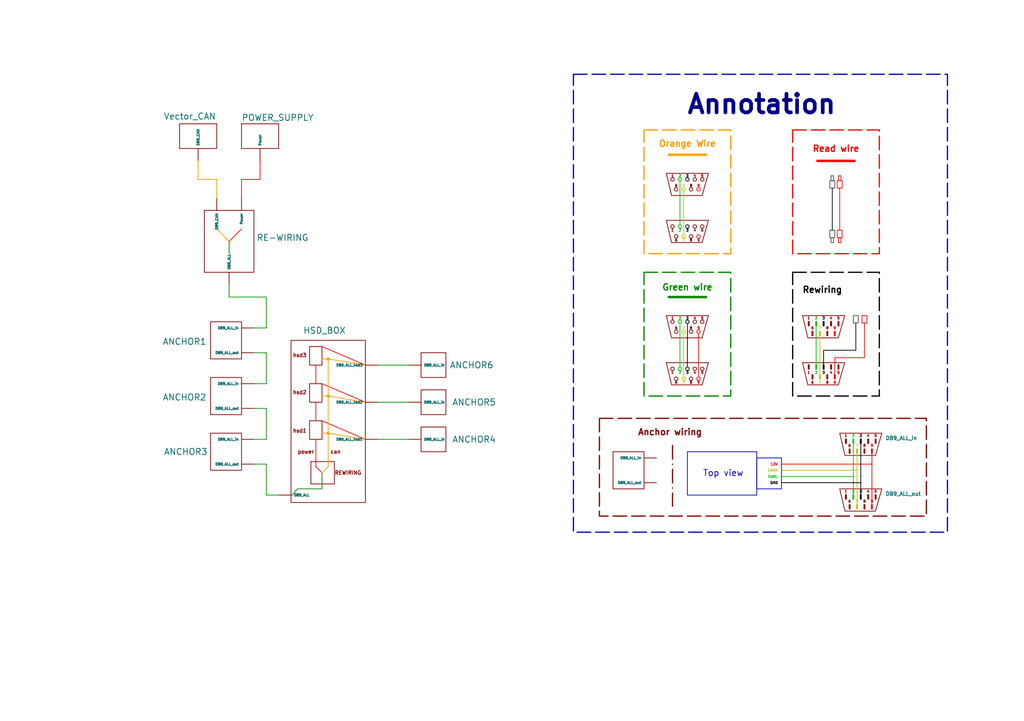
<source format=kicad_sch>
(kicad_sch (version 20250114) (generator "eeschema") (generator_version "9.0")
  (paper "A5")
  (title_block (title "hgt_lab") (date "2025-12-03") (rev "0") (company "BGSV") (comment 1 "vor5hc"))
  (lib_symbols
    (symbol "anchor_daisy_chain_1"
      (property "Reference" "U" (at 0 3.556 0))
      (symbol "anchor_daisy_chain_1_0_1"
        (rectangle (start -3.81 2.54) (end 3.81 -3.81))
      )
      (symbol "anchor_daisy_chain_1_1_1"
        (pin input line (at -2.54 5.08 270) (length 2.54) (name "DB9_ALL_in") (number ""))
        (pin output line (at 2.54 5.08 270) (length 2.54) (name "DB9_ALL_out") (number ""))
      )
    )
    (symbol "anchor_daisy_chain_2"
      (property "Reference" "U" (at 0 3.556 0))
      (symbol "anchor_daisy_chain_2_0_1"
        (rectangle (start -3.81 2.54) (end 3.81 -3.81))
      )
      (symbol "anchor_daisy_chain_2_1_1"
        (pin input line (at -2.54 5.08 270) (length 2.54) (name "DB9_ALL_in") (number ""))
        (pin output line (at 2.54 5.08 270) (length 2.54) (name "DB9_ALL_out") (number ""))
      )
    )
    (symbol "anchor_daisy_chain_3"
      (property "Reference" "U" (at 0 3.556 0))
      (symbol "anchor_daisy_chain_3_0_1"
        (rectangle (start -3.81 2.54) (end 3.81 -3.81))
      )
      (symbol "anchor_daisy_chain_3_1_1"
        (pin input line (at -2.54 5.08 270) (length 2.54) (name "DB9_ALL_in") (number ""))
        (pin output line (at 2.54 5.08 270) (length 2.54) (name "DB9_ALL_out") (number ""))
      )
    )
    (symbol "hgt_lab:DB9_ALL_cable"
      (property "Reference" "U" (at 0 3.556 0))
      (symbol "DB9_ALL_cable_0_1"
        (polyline (pts (xy -4.318 1.27) (xy 4.318 1.27) (xy 3.0162 -3.302) (xy -3.2385 -3.302) (xy -4.318 1.27)))
        (polyline (pts (xy -4.318 -8.382) (xy 4.318 -8.382) (xy 3.0162 -12.954) (xy -3.2385 -12.954) (xy -4.318 -8.382)))
        (circle (center -3.048 0) (radius 0.3592))
        (circle (center -3.048 -9.652) (radius 0.3592))
        (circle (center -2.286 -2.032) (radius 0.3592))
        (circle (center -2.286 -11.684) (radius 0.3592))
        (circle (center 0.762 -2.032) (radius 0.3592))
        (circle (center 0.762 -11.684) (radius 0.3592))
        (circle (center 1.524 0) (radius 0.3592))
        (circle (center 1.524 -9.652) (radius 0.3592))
        (circle (center 3.048 0) (radius 0.3592))
        (circle (center 3.048 -9.652) (radius 0.3592))
      )
      (symbol "DB9_ALL_cable_1_1"
        (circle (center -1.524 0) (radius 0.3592) (stroke (width 0) (color 0 194 0 1)))
        (polyline (pts (xy -1.524 -0.508) (xy -1.524 -9.144)) (stroke (width 0) (color 0 194 0 1)))
        (circle (center -1.524 -9.652) (radius 0.3592) (stroke (width 0) (color 0 194 0 1)))
        (circle (center -0.762 -2.032) (radius 0.3592) (stroke (width 0) (color 194 194 0 1)))
        (polyline (pts (xy -0.762 -2.54) (xy -0.762 -11.176)) (stroke (width 0) (color 194 194 0 1)))
        (circle (center -0.762 -11.684) (radius 0.3592) (stroke (width 0) (color 194 194 0 1)))
        (circle (center 0 0) (radius 0.3592) (stroke (width 0) (color 0 0 0 1)))
        (polyline (pts (xy 0 -9.144) (xy 0 -0.508)) (stroke (width 0) (color 0 0 0 1)))
        (circle (center 0 -9.652) (radius 0.3592) (stroke (width 0) (color 0 0 0 1)))
        (circle (center 2.286 -2.032) (radius 0.3592) (stroke (width 0) (color 255 0 0 1)))
        (polyline (pts (xy 2.286 -11.176) (xy 2.286 -2.54)) (stroke (width 0) (color 255 0 0 1)))
        (circle (center 2.286 -11.684) (radius 0.3592) (stroke (width 0) (color 255 0 0 1)))
        (text "1" (at -3.048 0.762 0) (effects (font (size 0.508 0.508))))
        (text "1" (at -3.048 -10.414 0) (effects (font (size 0.508 0.508))))
        (text "6" (at -2.286 -1.27 0) (effects (font (size 0.508 0.508))))
        (text "6" (at -2.286 -12.446 0) (effects (font (size 0.508 0.508))))
        (text "2" (at -1.524 0.762 0) (effects (font (size 0.508 0.508))))
        (text "2" (at -1.524 -10.414 0) (effects (font (size 0.508 0.508))))
        (text "7" (at -0.762 -1.27 0) (effects (font (size 0.508 0.508))))
        (text "7" (at -0.762 -12.446 0) (effects (font (size 0.508 0.508))))
        (text "3" (at 0 0.762 0) (effects (font (size 0.508 0.508))))
        (text "3" (at 0 -10.414 0) (effects (font (size 0.508 0.508))))
        (text "8" (at 0.762 -1.27 0) (effects (font (size 0.508 0.508))))
        (text "8" (at 0.762 -12.446 0) (effects (font (size 0.508 0.508))))
        (text "4" (at 1.524 0.762 0) (effects (font (size 0.508 0.508))))
        (text "4" (at 1.524 -10.414 0) (effects (font (size 0.508 0.508))))
        (text "9" (at 2.286 -1.27 0) (effects (font (size 0.508 0.508))))
        (text "9" (at 2.286 -12.446 0) (effects (font (size 0.508 0.508))))
        (text "5" (at 3.048 0.762 0) (effects (font (size 0.508 0.508))))
        (text "5" (at 3.048 -10.414 0) (effects (font (size 0.508 0.508))))
      )
    )
    (symbol "hgt_lab:DB9_CAN_cable"
      (property "Reference" "U" (at 0 3.556 0))
      (symbol "DB9_CAN_cable_0_1"
        (polyline (pts (xy -4.318 1.27) (xy 4.318 1.27) (xy 3.0162 -3.302) (xy -3.2385 -3.302) (xy -4.318 1.27)))
        (polyline (pts (xy -4.318 -8.382) (xy 4.318 -8.382) (xy 3.0162 -12.954) (xy -3.2385 -12.954) (xy -4.318 -8.382)))
        (circle (center -3.048 0) (radius 0.3592))
        (circle (center -3.048 -9.652) (radius 0.3592))
        (circle (center -2.286 -2.032) (radius 0.3592))
        (circle (center -2.286 -11.684) (radius 0.3592))
        (circle (center 0.762 -2.032) (radius 0.3592))
        (circle (center 0.762 -11.684) (radius 0.3592))
        (circle (center 1.524 0) (radius 0.3592))
        (circle (center 1.524 -9.652) (radius 0.3592))
        (circle (center 3.048 0) (radius 0.3592))
        (circle (center 3.048 -9.652) (radius 0.3592))
      )
      (symbol "DB9_CAN_cable_1_1"
        (circle (center -1.524 0) (radius 0.3592) (stroke (width 0) (color 0 194 0 1)))
        (polyline (pts (xy -1.524 -0.508) (xy -1.524 -9.144)) (stroke (width 0) (color 0 194 0 1)))
        (circle (center -1.524 -9.652) (radius 0.3592) (stroke (width 0) (color 0 194 0 1)))
        (circle (center -0.762 -2.032) (radius 0.3592) (stroke (width 0) (color 194 194 0 1)))
        (polyline (pts (xy -0.762 -2.54) (xy -0.762 -11.176)) (stroke (width 0) (color 194 194 0 1)))
        (circle (center -0.762 -11.684) (radius 0.3592) (stroke (width 0) (color 194 194 0 1)))
        (circle (center 0 0) (radius 0.3592) (stroke (width 0) (color 0 0 0 1)))
        (circle (center 0 -9.652) (radius 0.3592) (stroke (width 0) (color 0 0 0 1)))
        (circle (center 2.286 -2.032) (radius 0.3592) (stroke (width 0) (color 255 0 0 1)))
        (circle (center 2.286 -11.684) (radius 0.3592) (stroke (width 0) (color 255 0 0 1)))
        (text "1" (at -3.048 0.762 0) (effects (font (size 0.508 0.508))))
        (text "1" (at -3.048 -10.414 0) (effects (font (size 0.508 0.508))))
        (text "6" (at -2.286 -1.27 0) (effects (font (size 0.508 0.508))))
        (text "6" (at -2.286 -12.446 0) (effects (font (size 0.508 0.508))))
        (text "2" (at -1.524 0.762 0) (effects (font (size 0.508 0.508))))
        (text "2" (at -1.524 -10.414 0) (effects (font (size 0.508 0.508))))
        (text "7" (at -0.762 -1.27 0) (effects (font (size 0.508 0.508))))
        (text "7" (at -0.762 -12.446 0) (effects (font (size 0.508 0.508))))
        (text "3" (at 0 0.762 0) (effects (font (size 0.508 0.508))))
        (text "3" (at 0 -10.414 0) (effects (font (size 0.508 0.508))))
        (text "8" (at 0.762 -1.27 0) (effects (font (size 0.508 0.508))))
        (text "8" (at 0.762 -12.446 0) (effects (font (size 0.508 0.508))))
        (text "4" (at 1.524 0.762 0) (effects (font (size 0.508 0.508))))
        (text "4" (at 1.524 -10.414 0) (effects (font (size 0.508 0.508))))
        (text "9" (at 2.286 -1.27 0) (effects (font (size 0.508 0.508))))
        (text "9" (at 2.286 -12.446 0) (effects (font (size 0.508 0.508))))
        (text "5" (at 3.048 0.762 0) (effects (font (size 0.508 0.508))))
        (text "5" (at 3.048 -10.414 0) (effects (font (size 0.508 0.508))))
      )
    )
    (symbol "hgt_lab:DB9_male"
      (property "Reference" "U" (at 0 3.556 0))
      (symbol "DB9_male_0_1"
        (polyline (pts (xy -4.318 0) (xy 4.318 0) (xy 3.0162 -4.572) (xy -3.2385 -4.572) (xy -4.318 0)))
      )
      (symbol "DB9_male_1_1"
        (polyline (pts (xy -3.048 -2.032) (xy -3.048 -1.27)) (stroke (width 0.381)))
        (polyline (pts (xy -2.286 -4.064) (xy -2.286 -3.302)) (stroke (width 0.381)))
        (polyline (pts (xy -1.524 -2.032) (xy -1.524 -1.27)) (stroke (width 0.381) (color 0 194 0 1)))
        (polyline (pts (xy -0.762 -4.064) (xy -0.762 -3.302)) (stroke (width 0.381) (color 194 194 0 1)))
        (polyline (pts (xy 0 -2.032) (xy 0 -1.27)) (stroke (width 0.381) (color 0 0 0 1)))
        (polyline (pts (xy 0.762 -4.064) (xy 0.762 -3.302)) (stroke (width 0.381)))
        (polyline (pts (xy 1.524 -2.032) (xy 1.524 -1.27)) (stroke (width 0.381)))
        (polyline (pts (xy 2.286 -4.064) (xy 2.286 -3.302)) (stroke (width 0.381) (color 255 0 0 1)))
        (polyline (pts (xy 3.048 -2.032) (xy 3.048 -1.27)) (stroke (width 0.381)))
        (text "1" (at -3.048 -0.508 0) (effects (font (size 0.508 0.508))))
        (text "6" (at -2.286 -2.54 0) (effects (font (size 0.508 0.508))))
        (text "2" (at -1.524 -0.508 0) (effects (font (size 0.508 0.508))))
        (text "7" (at -0.762 -2.54 0) (effects (font (size 0.508 0.508))))
        (text "3" (at 0 -0.508 0) (effects (font (size 0.508 0.508))))
        (text "8" (at 0.762 -2.54 0) (effects (font (size 0.508 0.508))))
        (text "4" (at 1.524 -0.508 0) (effects (font (size 0.508 0.508))))
        (text "9" (at 2.286 -2.54 0) (effects (font (size 0.508 0.508))))
        (text "5" (at 3.048 -0.508 0) (effects (font (size 0.508 0.508))))
      )
    )
    (symbol "hgt_lab:HSD_Control_Box"
      (property "Reference" "U" (at -4.826 -2.032 0))
      (symbol "HSD_Control_Box_0_1"
        (rectangle (start -3.81 25.4) (end 11.43 -7.874))
        (polyline (pts (xy -1.27 -3.81) (xy -1.27 -3.81)))
        (rectangle (start 0.254 0.508) (end 5.08 -4.064))
        (polyline (pts (xy 3.81 -4.572) (xy 3.81 -4.572)))
      )
      (symbol "HSD_Control_Box_1_1"
        (rectangle (start 0 24.13) (end 2.54 20.32))
        (rectangle (start 0 16.51) (end 2.54 12.7))
        (rectangle (start 0 8.89) (end 2.54 5.08))
        (polyline (pts (xy 1.27 16.51) (xy 1.27 20.32)) (stroke (width 0) (color 255 0 0 1)))
        (polyline (pts (xy 1.27 15.24) (xy 1.27 15.24)))
        (polyline (pts (xy 1.27 8.89) (xy 1.27 12.7)) (stroke (width 0) (color 255 0 0 1)))
        (polyline (pts (xy 1.27 -0.508) (xy 1.27 5.08)) (stroke (width 0) (color 255 0 0 1)))
        (polyline (pts (xy 1.27 -0.508) (xy 2.54 -1.778)) (stroke (width 0) (color 255 0 0 1)))
        (polyline (pts (xy 2.54 24.13) (xy 11.43 20.32)) (stroke (width 0) (color 255 0 0 1)))
        (polyline (pts (xy 2.54 21.59) (xy 3.81 21.59)) (stroke (width 0) (color 255 153 0 1)))
        (polyline (pts (xy 2.54 16.51) (xy 11.43 12.7)) (stroke (width 0) (color 255 0 0 1)))
        (polyline (pts (xy 2.54 13.97) (xy 3.81 13.97)) (stroke (width 0) (color 255 153 0 1)))
        (polyline (pts (xy 2.54 8.89) (xy 11.43 5.08)) (stroke (width 0) (color 255 0 0 1)))
        (polyline (pts (xy 2.54 6.35) (xy 3.81 6.35)) (stroke (width 0) (color 255 153 0 1)))
        (polyline (pts (xy 2.54 -1.778) (xy 2.54 -3.302)) (stroke (width 0) (color 0 132 0 1)))
        (polyline (pts (xy 2.54 -3.302) (xy 2.54 -4.572) (xy 2.54 -5.08) (xy -2.54 -5.08) (xy -3.556 -6.35) (xy -3.81 -6.35)) (stroke (width 0) (color 0 132 0 1)))
        (polyline (pts (xy 3.81 21.59) (xy 11.43 20.32)) (stroke (width 0) (color 255 153 0 1)))
        (circle (center 3.81 21.59) (radius 0.254) (stroke (width 0) (color 255 153 0 1)) (fill (type color) (color 255 153 0 1)))
        (polyline (pts (xy 3.81 13.97) (xy 11.43 12.7)) (stroke (width 0) (color 255 153 0 1)))
        (circle (center 3.81 13.97) (radius 0.254) (stroke (width 0) (color 255 153 0 1)) (fill (type color) (color 255 153 0 1)))
        (polyline (pts (xy 3.81 6.35) (xy 11.43 5.08)) (stroke (width 0) (color 255 153 0 1)))
        (circle (center 3.81 6.35) (radius 0.254) (stroke (width 0) (color 255 153 0 1)) (fill (type color) (color 255 153 0 1)))
        (polyline (pts (xy 3.81 -0.508) (xy 2.54 -1.778)) (stroke (width 0) (color 255 153 0 1)))
        (polyline (pts (xy 3.81 -0.508) (xy 3.81 21.59)) (stroke (width 0) (color 255 153 0 1)))
        (text "hsd3" (at -2.032 22.352 0) (effects (font (size 0.762 0.762))))
        (text "hsd2" (at -2.032 14.732 0) (effects (font (size 0.762 0.762))))
        (text "hsd1" (at -2.032 6.858 0) (effects (font (size 0.762 0.762))))
        (text "power" (at -0.762 2.54 0) (effects (font (size 0.762 0.762))))
        (text "can" (at 5.334 2.54 0) (effects (font (size 0.762 0.762))))
        (text "REWIRING" (at 7.874 -1.778 0) (effects (font (size 0.762 0.762))))
        (pin input line (at -6.35 -6.35 0) (length 2.54) (name "DB9_ALL") (number ""))
        (pin output line (at 13.97 20.32 180) (length 2.54) (name "DB9_ALL_hsd3") (number ""))
        (pin output line (at 13.97 12.7 180) (length 2.54) (name "DB9_ALL_hsd2") (number ""))
        (pin output line (at 13.97 5.08 180) (length 2.54) (name "DB9_ALL_hsd1") (number ""))
      )
    )
    (symbol "hgt_lab:Power_cable"
      (property "Reference" "U" (at 0 3.556 0))
      (symbol "Power_cable_1_1"
        (rectangle (start -1.27 -0.254) (end -0.254 -1.778) (stroke (width 0) (color 72 72 72 1)))
        (rectangle (start -1.27 -10.414) (end -0.254 -11.938) (stroke (width 0) (color 72 72 72 1)))
        (rectangle (start -1.016 0.762) (end -0.508 -0.254) (stroke (width 0) (color 72 72 72 1)))
        (rectangle (start -1.016 -11.938) (end -0.508 -12.954) (stroke (width 0) (color 72 72 72 1)))
        (polyline (pts (xy -0.762 -10.414) (xy -0.762 -1.778)) (stroke (width 0) (color 0 0 0 1)))
        (rectangle (start 0.254 -0.254) (end 1.27 -1.778) (stroke (width 0) (color 255 0 0 1)))
        (rectangle (start 0.254 -10.414) (end 1.27 -11.938) (stroke (width 0) (color 255 0 0 1)))
        (rectangle (start 0.508 0.762) (end 1.016 -0.254) (stroke (width 0) (color 255 0 0 1)))
        (rectangle (start 0.508 -11.938) (end 1.016 -12.954) (stroke (width 0) (color 255 0 0 1)))
        (polyline (pts (xy 0.762 -10.414) (xy 0.762 -1.778)) (stroke (width 0) (color 255 0 0 1)))
      )
    )
    (symbol "hgt_lab:anchor"
      (property "Reference" "U" (at 0 3.556 0))
      (symbol "anchor_0_1"
        (rectangle (start -2.54 2.54) (end 2.54 -2.54))
      )
      (symbol "anchor_1_1"
        (pin input line (at -5.08 0 0) (length 2.54) (name "DB9_ALL_in") (number ""))
      )
    )
    (symbol "hgt_lab:anchor_daisy_chain"
      (property "Reference" "U" (at 0 3.556 0))
      (symbol "anchor_daisy_chain_0_1"
        (rectangle (start -3.81 2.54) (end 3.81 -3.81))
      )
      (symbol "anchor_daisy_chain_1_1"
        (pin input line (at -2.54 5.08 270) (length 2.54) (name "DB9_ALL_in") (number ""))
        (pin output line (at 2.54 5.08 270) (length 2.54) (name "DB9_ALL_out") (number ""))
      )
    )
    (symbol "hgt_lab:can_power_rewrire_box"
      (property "Reference" "RE-WIRING" (at 5.588 -0.508 0))
      (symbol "can_power_rewrire_box_0_1"
        (rectangle (start -5.08 5.08) (end 5.08 -7.62))
        (polyline (pts (xy 0 -2.54) (xy 0 -2.54)))
      )
      (symbol "can_power_rewrire_box_1_1"
        (polyline (pts (xy -2.54 1.27) (xy 0 -1.27)) (stroke (width 0) (color 255 153 0 1)))
        (polyline (pts (xy 0 -1.27) (xy 0 -3.81)) (stroke (width 0) (color 0 132 0 1)))
        (polyline (pts (xy 2.54 1.27) (xy 0 -1.27)) (stroke (width 0) (color 255 0 0 1)))
        (pin input line (at -2.54 7.62 270) (length 2.54) (name "DB9_CAN") (number ""))
        (pin output line (at 0 -10.16 90) (length 2.54) (name "DB9_ALL") (number ""))
        (pin input line (at 2.54 7.62 270) (length 2.54) (name "Power") (number ""))
      )
    )
    (symbol "hgt_lab:power_supply"
      (property "Reference" "U" (at 0 3.556 0))
      (symbol "power_supply_0_1"
        (rectangle (start -3.81 2.54) (end 3.81 -2.54))
      )
      (symbol "power_supply_1_1"
        (pin output line (at 0 -5.08 90) (length 2.54) (name "Power") (number ""))
      )
    )
    (symbol "hgt_lab:rewiring_cable"
      (property "Reference" "U" (at 0 3.556 0))
      (symbol "rewiring_cable_0_1"
        (polyline (pts (xy -4.318 0) (xy 4.318 0) (xy 3.0162 -4.572) (xy -3.2385 -4.572) (xy -4.318 0)))
        (polyline (pts (xy -4.318 -9.652) (xy 4.318 -9.652) (xy 3.0162 -14.224) (xy -3.2385 -14.224) (xy -4.318 -9.652)))
      )
      (symbol "rewiring_cable_1_1"
        (polyline (pts (xy -3.048 -2.032) (xy -3.048 -1.27)) (stroke (width 0.381)))
        (polyline (pts (xy -3.048 -10.668) (xy -3.048 -10.668)) (stroke (width 2.54)))
        (polyline (pts (xy -3.048 -10.922) (xy -3.048 -10.16)) (stroke (width 0.381)))
        (polyline (pts (xy -2.286 -4.064) (xy -2.286 -3.302)) (stroke (width 0.381)))
        (polyline (pts (xy -2.286 -12.954) (xy -2.286 -12.192)) (stroke (width 0.381)))
        (polyline (pts (xy -1.524 -1.778) (xy -1.524 -10.414)) (stroke (width 0) (color 0 194 0 1)))
        (polyline (pts (xy -1.524 -2.032) (xy -1.524 -1.27)) (stroke (width 0.381) (color 0 194 0 1)))
        (polyline (pts (xy -1.524 -10.922) (xy -1.524 -10.16)) (stroke (width 0.381) (color 0 194 0 1)))
        (polyline (pts (xy -0.762 -3.81) (xy -0.762 -12.446)) (stroke (width 0) (color 194 194 0 1)))
        (polyline (pts (xy -0.762 -4.064) (xy -0.762 -3.302)) (stroke (width 0.381) (color 194 194 0 1)))
        (polyline (pts (xy -0.762 -12.954) (xy -0.762 -12.192)) (stroke (width 0.381) (color 194 194 0 1)))
        (polyline (pts (xy 0 -2.032) (xy 0 -1.27)) (stroke (width 0.381) (color 0 0 0 1)))
        (polyline (pts (xy 0 -9.906) (xy 0 -7.112) (xy 6.604 -7.112) (xy 6.604 -1.524)) (stroke (width 0) (color 0 0 0 1)))
        (polyline (pts (xy 0 -10.922) (xy 0 -10.16)) (stroke (width 0.381) (color 0 0 0 1)))
        (polyline (pts (xy 0.762 -4.064) (xy 0.762 -3.302)) (stroke (width 0.381)))
        (polyline (pts (xy 0.762 -12.954) (xy 0.762 -12.192)) (stroke (width 0.381)))
        (polyline (pts (xy 1.524 -2.032) (xy 1.524 -1.27)) (stroke (width 0.381)))
        (polyline (pts (xy 1.524 -10.922) (xy 1.524 -10.16)) (stroke (width 0.381)))
        (polyline (pts (xy 2.286 -4.064) (xy 2.286 -3.302)) (stroke (width 0.381) (color 255 0 0 1)))
        (polyline (pts (xy 2.286 -12.192) (xy 2.286 -8.636) (xy 8.382 -8.636) (xy 8.382 -1.524)) (stroke (width 0) (color 255 0 0 1)))
        (polyline (pts (xy 2.286 -12.954) (xy 2.286 -12.192)) (stroke (width 0.381) (color 255 0 0 1)))
        (polyline (pts (xy 3.048 -2.032) (xy 3.048 -1.27)) (stroke (width 0.381)))
        (polyline (pts (xy 3.048 -10.922) (xy 3.048 -10.16)) (stroke (width 0.381)))
        (rectangle (start 6.096 0) (end 7.112 -1.524) (stroke (width 0) (color 72 72 72 1)))
        (rectangle (start 7.874 0) (end 8.89 -1.524) (stroke (width 0) (color 255 0 0 1)))
        (text "1" (at -3.048 -0.508 0) (effects (font (size 0.508 0.508))))
        (text "1" (at -3.048 -11.684 0) (effects (font (size 0.508 0.508))))
        (text "6" (at -2.286 -2.54 0) (effects (font (size 0.508 0.508))))
        (text "6" (at -2.286 -13.716 0) (effects (font (size 0.508 0.508))))
        (text "2" (at -1.524 -0.508 0) (effects (font (size 0.508 0.508))))
        (text "2" (at -1.524 -11.684 0) (effects (font (size 0.508 0.508))))
        (text "7" (at -0.762 -2.54 0) (effects (font (size 0.508 0.508))))
        (text "7" (at -0.762 -13.716 0) (effects (font (size 0.508 0.508))))
        (text "3" (at 0 -0.508 0) (effects (font (size 0.508 0.508))))
        (text "3" (at 0 -11.684 0) (effects (font (size 0.508 0.508))))
        (text "8" (at 0.762 -2.54 0) (effects (font (size 0.508 0.508))))
        (text "8" (at 0.762 -13.716 0) (effects (font (size 0.508 0.508))))
        (text "4" (at 1.524 -0.508 0) (effects (font (size 0.508 0.508))))
        (text "4" (at 1.524 -11.684 0) (effects (font (size 0.508 0.508))))
        (text "9" (at 2.286 -2.54 0) (effects (font (size 0.508 0.508))))
        (text "9" (at 2.286 -13.716 0) (effects (font (size 0.508 0.508))))
        (text "5" (at 3.048 -0.508 0) (effects (font (size 0.508 0.508))))
        (text "5" (at 3.048 -11.684 0) (effects (font (size 0.508 0.508))))
      )
    )
    (symbol "hgt_lab:vector_can"
      (property "Reference" "U" (at 0 3.556 0))
      (symbol "vector_can_0_1"
        (rectangle (start -3.81 2.54) (end 3.81 -2.54))
      )
      (symbol "vector_can_1_1"
        (pin output line (at 0 -5.08 90) (length 2.54) (name "DB9_CAN") (number ""))
      )
    )
  )
  (rectangle (start 155.194 93.98) (end 160.274 100.33))
  (rectangle (start 140.97 92.71) (end 155.194 101.6))
  (rectangle (start 117.602 15.24) (end 194.31 109.22) (stroke (width 0.254) (type dash)))
  (rectangle (start 132.08 55.88) (end 149.86 81.28) (stroke (width 0.254) (type dash) (color 0 132 0 1)))
  (rectangle (start 162.56 26.67) (end 180.34 52.07) (stroke (width 0.254) (type dash) (color 255 0 0 1)))
  (rectangle (start 132.08 26.67) (end 149.86 52.07) (stroke (width 0.254) (type dash) (color 255 153 0 1)))
  (rectangle (start 162.56 55.88) (end 180.34 81.28) (stroke (width 0.254) (type dash) (color 0 0 0 1)))
  (rectangle (start 122.936 85.852) (end 189.992 105.918) (stroke (width 0.254) (type dash) (color 132 0 0 1)))
  (text "Green wire" (at 140.97 59.182 0) (effects (font (size 1.27 1.27) (thickness 0.254) (bold yes))))
  (text "CANH" (at 158.496 96.774 0) (effects (font (size 0.508 0.508))))
  (text "GND" (at 158.75 99.314 0) (effects (font (size 0.508 0.508))))
  (text "Top view" (at 148.336 97.282 0) (effects (font (size 1.27 1.27))))
  (text "Orange Wire" (at 140.97 29.718 0) (effects (font (size 1.27 1.27) (thickness 0.254) (bold yes))))
  (text "Rewiring" (at 168.656 59.69 0) (effects (font (size 1.27 1.27) (thickness 0.254) (bold yes))))
  (text "Read wire" (at 171.45 30.734 0) (effects (font (size 1.27 1.27) (thickness 0.254) (bold yes))))
  (text "Annotation" (at 156.21 21.59 0) (effects (font (size 3.81 3.81) (thickness 0.762) (bold yes))))
  (text "CANL" (at 158.496 98.044 0) (effects (font (size 0.508 0.508))))
  (text "Anchor wiring" (at 137.414 88.9 0) (effects (font (size 1.27 1.27) (thickness 0.254) (bold yes))))
  (text "12V" (at 158.75 95.504 0) (effects (font (size 0.508 0.508))))
  (wire (pts (xy 77.47 90.17) (xy 83.82 90.17)))
  (wire (pts (xy 54.61 72.39) (xy 54.61 78.74)))
  (polyline (pts (xy 178.816 95.25) (xy 178.816 103.886)) (stroke (width 0) (type solid) (color 255 0 0 1)))
  (polyline (pts (xy 160.274 99.06) (xy 176.53 99.06)) (stroke (width 0) (type solid) (color 0 0 0 1)))
  (polyline (pts (xy 160.274 95.25) (xy 178.816 95.25)) (stroke (width 0) (type solid) (color 255 0 0 1)))
  (wire (pts (xy 54.61 83.82) (xy 54.61 90.17)))
  (wire (pts (xy 49.53 36.83) (xy 49.53 40.64)) (stroke (width 0) (color 255 0 0 1)))
  (wire (pts (xy 52.07 95.25) (xy 54.61 95.25)))
  (polyline (pts (xy 137.922 91.44) (xy 137.922 103.886)) (stroke (width 0.254) (type dash_dot) (color 132 0 0 1)))
  (polyline (pts (xy 167.64 33.02) (xy 175.26 33.02)) (stroke (width 0.508) (type solid) (color 255 0 0 1)))
  (wire (pts (xy 46.99 60.96) (xy 54.61 60.96)))
  (polyline (pts (xy 137.16 60.96) (xy 144.78 60.96)) (stroke (width 0.508) (type solid) (color 0 132 0 1)))
  (polyline (pts (xy 160.274 96.52) (xy 175.768 96.52)) (stroke (width 0) (type solid) (color 194 194 0 1)))
  (wire (pts (xy 53.34 33.02) (xy 53.34 36.83)) (stroke (width 0) (color 255 0 0 1)))
  (polyline (pts (xy 137.16 31.75) (xy 144.78 31.75)) (stroke (width 0.508) (type solid) (color 255 153 0 1)))
  (wire (pts (xy 77.47 82.55) (xy 83.82 82.55)))
  (polyline (pts (xy 176.53 90.932) (xy 176.53 99.314)) (stroke (width 0) (type solid) (color 0 0 0 1)))
  (polyline (pts (xy 175.768 92.71) (xy 175.768 96.52)) (stroke (width 0) (type solid) (color 194 194 0 1)))
  (wire (pts (xy 52.07 83.82) (xy 54.61 83.82)))
  (polyline (pts (xy 160.274 97.79) (xy 175.006 97.79)) (stroke (width 0) (type solid) (color 0 194 0 1)))
  (wire (pts (xy 54.61 95.25) (xy 54.61 101.6)))
  (wire (pts (xy 54.61 101.6) (xy 57.15 101.6)))
  (wire (pts (xy 54.61 67.31) (xy 52.07 67.31)))
  (wire (pts (xy 52.07 90.17) (xy 54.61 90.17)))
  (polyline (pts (xy 175.768 96.52) (xy 175.768 103.886)) (stroke (width 0) (type solid) (color 194 194 0 1)))
  (wire (pts (xy 40.64 36.83) (xy 44.45 36.83)) (stroke (width 0) (color 255 153 0 1)))
  (wire (pts (xy 83.82 74.93) (xy 77.47 74.93)))
  (wire (pts (xy 53.34 36.83) (xy 49.53 36.83)) (stroke (width 0) (color 255 0 0 1)))
  (wire (pts (xy 44.45 36.83) (xy 44.45 40.64)) (stroke (width 0) (color 255 153 0 1)))
  (wire (pts (xy 54.61 60.96) (xy 54.61 67.31)))
  (polyline (pts (xy 175.006 97.79) (xy 175.006 101.854)) (stroke (width 0) (type solid) (color 0 194 0 1)))
  (wire (pts (xy 40.64 33.02) (xy 40.64 36.83)) (stroke (width 0) (color 255 153 0 1)))
  (polyline (pts (xy 178.816 92.964) (xy 178.816 95.25)) (stroke (width 0) (type solid) (color 255 0 0 1)))
  (polyline (pts (xy 176.53 99.06) (xy 176.53 101.854)) (stroke (width 0) (type solid) (color 0 0 0 1)))
  (wire (pts (xy 52.07 72.39) (xy 54.61 72.39)))
  (wire (pts (xy 46.99 58.42) (xy 46.99 60.96)))
  (wire (pts (xy 54.61 78.74) (xy 52.07 78.74)))
  (polyline (pts (xy 175.006 90.678) (xy 175.006 97.79)) (stroke (width 0) (type solid) (color 0 194 0 1)))
  (symbol (lib_name "anchor_daisy_chain_1") (lib_id "hgt_lab:anchor_daisy_chain") (at 46.99 81.28 270) (unit 1)
    (property "Reference" "ANCHOR2" (at 37.846 81.534 90))
  )
  (symbol (lib_id "hgt_lab:Power_cable") (at 171.45 36.83 0) (unit 1)
    (property "Reference" "U3" (effects (hide yes)))
  )
  (symbol (lib_id "hgt_lab:DB9_CAN_cable") (at 140.97 36.83 0) (unit 1)
    (property "Reference" "U2" (effects (hide yes)))
  )
  (symbol (lib_id "hgt_lab:vector_can") (at 40.64 27.94 0) (unit 1)
    (property "Reference" "Vector_CAN" (at 33.528 23.876 0) (effects (justify left)))
  )
  (symbol (lib_id "hgt_lab:DB9_ALL_cable") (at 140.97 66.04 0) (unit 1)
    (property "Reference" "U1" (effects (hide yes)))
  )
  (symbol (lib_id "hgt_lab:anchor") (at 88.9 82.55 0) (unit 1)
    (property "Reference" "ANCHOR5" (at 92.71 82.5499 0) (effects (justify left)))
  )
  (symbol (lib_name "anchor_daisy_chain_3") (lib_id "hgt_lab:anchor_daisy_chain") (at 129.54 96.52 270) (unit 1)
    (property "Reference" "ANCHOR" (effects (hide yes)))
  )
  (symbol (lib_id "hgt_lab:anchor") (at 88.9 74.93 0) (unit 1)
    (property "Reference" "ANCHOR6" (at 92.202 74.93 0) (effects (justify left)))
  )
  (symbol (lib_id "hgt_lab:anchor") (at 88.9 90.17 0) (unit 1)
    (property "Reference" "ANCHOR4" (at 92.71 90.1699 0) (effects (justify left)))
  )
  (symbol (lib_id "hgt_lab:HSD_Control_Box") (at 63.5 95.25 0) (unit 1)
    (property "Reference" "HSD_BOX" (at 66.548 67.818 0))
  )
  (symbol (lib_id "hgt_lab:power_supply") (at 53.34 27.94 0) (unit 1)
    (property "Reference" "POWER_SUPPLY" (at 49.53 24.13 0) (effects (justify left)))
  )
  (symbol (lib_id "hgt_lab:DB9_male") (at 176.53 100.33 0) (unit 1)
    (property "Reference" "DB9_ALL_out" (at 181.61 101.346 0) (effects (font (size 0.762 0.762)) (justify left)))
  )
  (symbol (lib_id "hgt_lab:can_power_rewrire_box") (at 46.99 48.26 0) (unit 1)
    (property "Reference" "RE-WIRING" (at 52.578 48.768 0) (effects (justify left)))
  )
  (symbol (lib_id "hgt_lab:anchor_daisy_chain") (at 46.99 69.85 270) (unit 1)
    (property "Reference" "ANCHOR1" (at 37.846 70.104 90))
  )
  (symbol (lib_name "anchor_daisy_chain_2") (lib_id "hgt_lab:anchor_daisy_chain") (at 46.99 92.71 270) (unit 1)
    (property "Reference" "ANCHOR3" (at 38.1 92.71 90))
  )
  (symbol (lib_id "hgt_lab:DB9_male") (at 176.53 88.9 0) (unit 1)
    (property "Reference" "DB9_ALL_in" (at 181.61 89.916 0) (effects (font (size 0.762 0.762)) (justify left)))
  )
  (symbol (lib_id "hgt_lab:rewiring_cable") (at 168.91 64.77 0) (unit 1)
    (property "Reference" "U4" (effects (hide yes)))
  )
)
</source>
